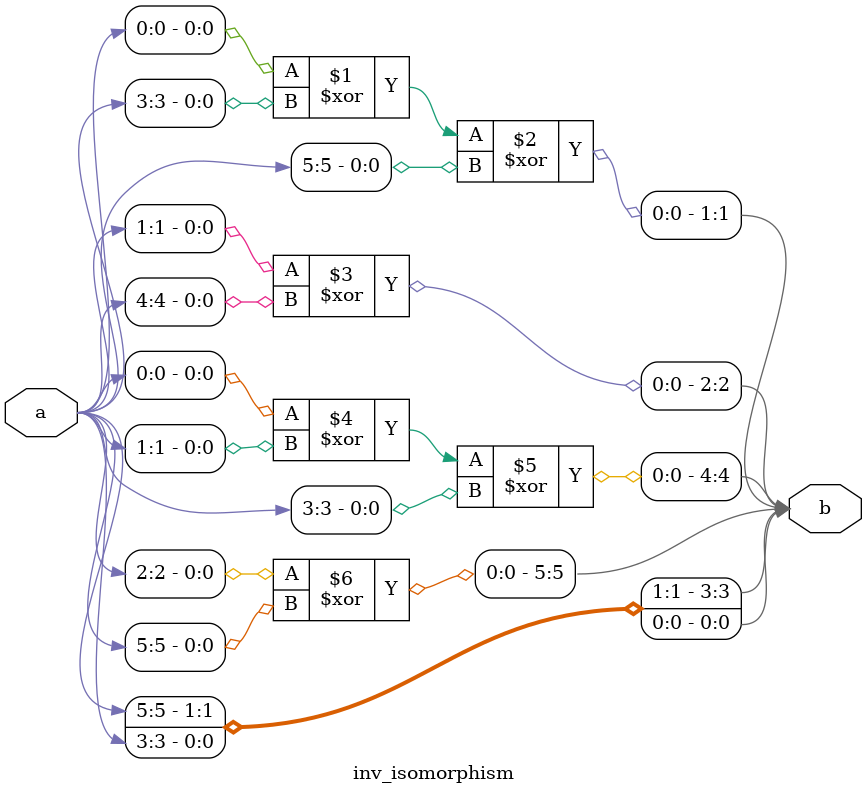
<source format=v>
`timescale 1ns/100ps
module SMS23_5_nn_1_2(x,y);
	 input [5:0] x;
	 output [5:0] y;
	 wire [5:0] w;
	 wire [5:0] p;
	 isomorphism C2 (x,w);
	 power_5 C3 (w,p);
	 inv_isomorphism C4 (p,y);
endmodule

module square_base(a,b);
	 input [1:0] a;
	 output [1:0] b;
	 assign b[0]=a[1];
	 assign b[1]=a[0];
endmodule

module add_base(a,b,c);
	 input [1:0] a;
	 input [1:0] b;
	 output [1:0] c;
	 assign c[0]=a[0]^b[0];
	 assign c[1]=a[1]^b[1];
endmodule

module constant_multiplication_base_0(a,b);
	 input [1:0] a;
	 output [1:0] b;
	 assign b[0]=0;
	 assign b[1]=0;
endmodule

module constant_multiplication_base_1(a,b);
	 input [1:0] a;
	 output [1:0] b;
	 assign b[0]=a[0];
	 assign b[1]=a[1];
endmodule

module constant_multiplication_base_2(a,b);
	 input [1:0] a;
	 output [1:0] b;
	 assign b[0]=a[1];
	 assign b[1]=a[0]^a[1];
endmodule

module constant_multiplication_base_3(a,b);
	 input [1:0] a;
	 output [1:0] b;
	 assign b[0]=a[0]^a[1];
	 assign b[1]=a[0];
endmodule

module multiplication_base(a,b,c);
	 input [1:0] a;
	 input [1:0] b;
	 output [1:0] c;
	 wire t;
	 assign t=(a[0]&b[1])^(a[1]&b[0]);
	 assign c[0]=(a[1]&b[1])^t;
	 assign c[1]=(a[0]&b[0])^t;
endmodule
module power_5(a,b);
	 input [5:0] a;
	 output [5:0] b;
	 wire [1:0] x_0;
	 wire [1:0] x_1;
	 wire [1:0] x_2;
	 wire [1:0] y_0;
	 wire [1:0] y_1;
	 wire [1:0] y_2;
	 wire [1:0] y_3;
	 wire [1:0] y_4;
	 wire [1:0] y_5;
	 wire [1:0] z_00;
	 wire [1:0] z_01;
	 wire [1:0] z_02;
	 wire [1:0] z_03;
	 wire [1:0] z_04;
	 wire [1:0] z_10;
	 wire [1:0] z_11;
	 wire [1:0] z_12;
	 wire [1:0] z_13;
	 wire [1:0] z_14;
	 wire [1:0] z_20;
	 wire [1:0] z_21;
	 wire [1:0] z_22;
	 wire [1:0] z_23;
	 wire [1:0] z_24;
	 wire [1:0] w_00;
	 wire [1:0] w_01;
	 wire [1:0] w_02;
	 wire [1:0] w_03;
	 wire [1:0] w_04;
	 wire [1:0] w_05;
	 wire [1:0] w_10;
	 wire [1:0] w_11;
	 wire [1:0] w_12;
	 wire [1:0] w_13;
	 wire [1:0] w_14;
	 wire [1:0] w_15;
	 wire [1:0] w_20;
	 wire [1:0] w_21;
	 wire [1:0] w_22;
	 wire [1:0] w_23;
	 wire [1:0] w_24;
	 wire [1:0] w_25;
	 assign x_0[0]=a[0];
	 assign x_0[1]=a[1];
	 assign x_1[0]=a[2];
	 assign x_1[1]=a[3];
	 assign x_2[0]=a[4];
	 assign x_2[1]=a[5];
	 square_base A1 (x_0,y_0);
	 square_base A2 (x_1,y_1);
	 square_base A3 (x_2,y_2);
	 multiplication_base A4 (x_0,x_1,y_3);
	 multiplication_base A5 (x_0,x_2,y_4);
	 multiplication_base A6 (x_1,x_2,y_5);
	 constant_multiplication_base_0 MC00 (y_0,w_00);
	 constant_multiplication_base_2 MC01 (y_1,w_01);
	 constant_multiplication_base_2 MC02 (y_2,w_02);
	 constant_multiplication_base_0 MC03 (y_3,w_03);
	 constant_multiplication_base_2 MC04 (y_4,w_04);
	 constant_multiplication_base_0 MC05 (y_5,w_05);
	 constant_multiplication_base_2 MC10 (y_0,w_10);
	 constant_multiplication_base_0 MC11 (y_1,w_11);
	 constant_multiplication_base_2 MC12 (y_2,w_12);
	 constant_multiplication_base_2 MC13 (y_3,w_13);
	 constant_multiplication_base_0 MC14 (y_4,w_14);
	 constant_multiplication_base_0 MC15 (y_5,w_15);
	 constant_multiplication_base_2 MC20 (y_0,w_20);
	 constant_multiplication_base_2 MC21 (y_1,w_21);
	 constant_multiplication_base_0 MC22 (y_2,w_22);
	 constant_multiplication_base_0 MC23 (y_3,w_23);
	 constant_multiplication_base_0 MC24 (y_4,w_24);
	 constant_multiplication_base_2 MC25 (y_5,w_25);
	 add_base B00 (w_00,w_01,z_00);
	 add_base B01 (w_02,w_03,z_01);
	 add_base B02 (w_04,w_05,z_02);
	 add_base B03 (z_00,z_01,z_03);
	 add_base B04 (z_03,z_02,z_04);
	 add_base B10 (w_10,w_11,z_10);
	 add_base B11 (w_12,w_13,z_11);
	 add_base B12 (w_14,w_15,z_12);
	 add_base B13 (z_10,z_11,z_13);
	 add_base B14 (z_13,z_12,z_14);
	 add_base B20 (w_20,w_21,z_20);
	 add_base B21 (w_22,w_23,z_21);
	 add_base B22 (w_24,w_25,z_22);
	 add_base B23 (z_20,z_21,z_23);
	 add_base B24 (z_23,z_22,z_24);
	 assign b[0]=z_04[0];
	 assign b[1]=z_04[1];
	 assign b[2]=z_14[0];
	 assign b[3]=z_14[1];
	 assign b[4]=z_24[0];
	 assign b[5]=z_24[1];
endmodule

module isomorphism(a,b);
	 input [5:0] a;
	 output [5:0] b;
	 assign b[0]=a[0]^a[1]^a[4]^a[5];
	 assign b[1]=a[4]^a[5];
	 assign b[2]=a[2]^a[4];
	 assign b[3]=a[5];
	 assign b[4]=a[0]^a[1]^a[2]^a[3]^a[5];
	 assign b[5]=a[1]^a[2]^a[5];
endmodule

module inv_isomorphism(a,b);
	 input [5:0] a;
	 output [5:0] b;
	 assign b[0]=a[3];
	 assign b[1]=a[0]^a[3]^a[5];
	 assign b[2]=a[1]^a[4];
	 assign b[3]=a[5];
	 assign b[4]=a[0]^a[1]^a[3];
	 assign b[5]=a[2]^a[5];
endmodule


</source>
